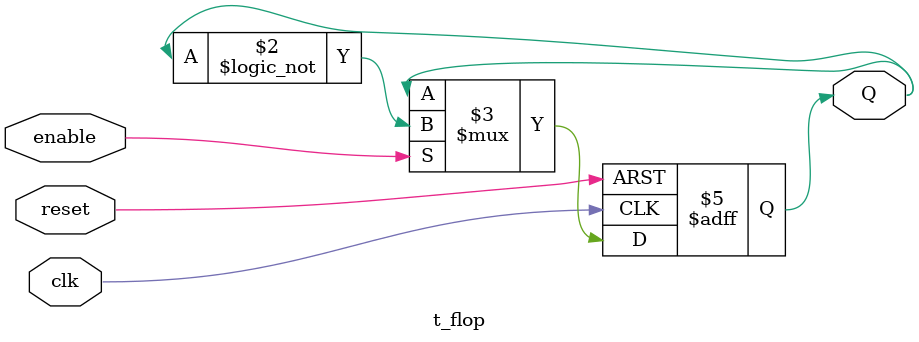
<source format=sv>
module t_flop(clk, reset, enable, Q);
    input reset, enable, clk;
    output reg Q;

    always@(negedge clk or posedge reset) begin
        if(reset) begin
            Q <= 1'b0;
        end else if(enable) begin
            Q <= !Q;
        end
    end
endmodule

</source>
